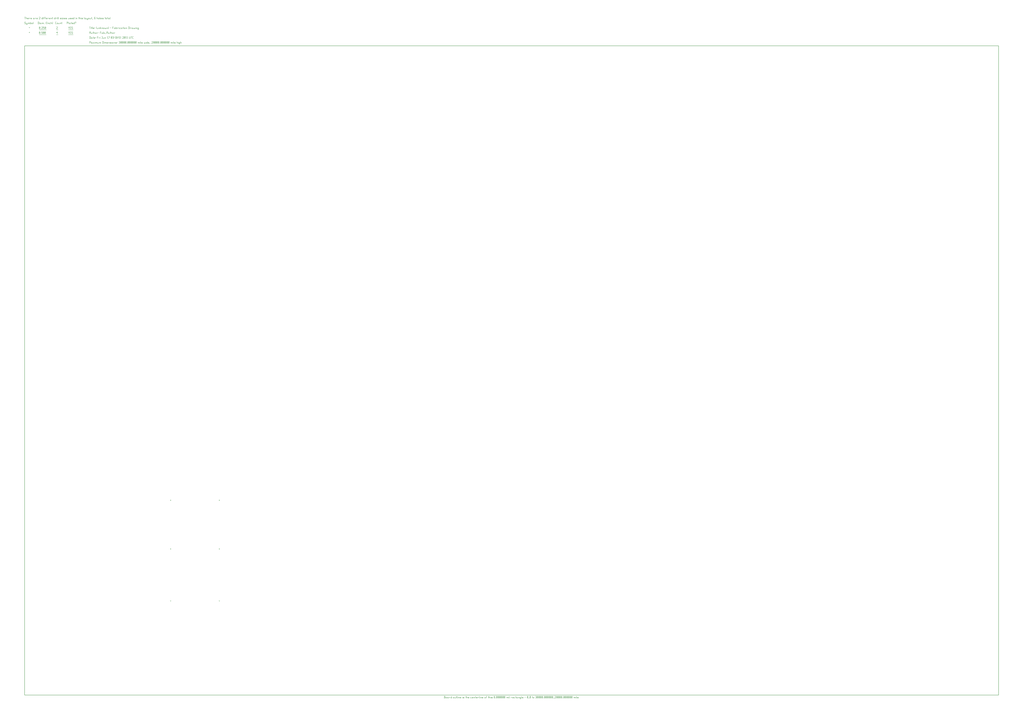
<source format=gbr>
G04 start of page 7 for group -3984 idx -3984 *
G04 Title: (unknown), fab *
G04 Creator: pcb 1.99z *
G04 CreationDate: Fri Jun 17 03:18:51 2011 UTC *
G04 For: apoelstra *
G04 Format: Gerber/RS-274X *
G04 PCB-Dimensions: 3000000 2000000 *
G04 PCB-Coordinate-Origin: lower left *
%MOIN*%
%FSLAX25Y25*%
%LNFAB*%
%ADD37C,0.0100*%
%ADD36C,0.0060*%
%ADD35C,0.0080*%
G54D35*X600000Y451600D02*Y448400D01*
X598400Y450000D02*X601600D01*
X450000Y601600D02*Y598400D01*
X448400Y600000D02*X451600D01*
X600000Y601600D02*Y598400D01*
X598400Y600000D02*X601600D01*
X450000Y451600D02*Y448400D01*
X448400Y450000D02*X451600D01*
X15000Y2042850D02*Y2039650D01*
X13400Y2041250D02*X16600D01*
G54D36*X135000Y2043500D02*Y2042750D01*
X136500Y2041250D01*
X138000Y2042750D01*
Y2043500D02*Y2042750D01*
X136500Y2041250D02*Y2037500D01*
X139801Y2040500D02*X142051D01*
X139801Y2037500D02*X142801D01*
X139801Y2043500D02*Y2037500D01*
Y2043500D02*X142801D01*
X147603D02*X148353Y2042750D01*
X145353Y2043500D02*X147603D01*
X144603Y2042750D02*X145353Y2043500D01*
X144603Y2042750D02*Y2041250D01*
X145353Y2040500D01*
X147603D01*
X148353Y2039750D01*
Y2038250D01*
X147603Y2037500D02*X148353Y2038250D01*
X145353Y2037500D02*X147603D01*
X144603Y2038250D02*X145353Y2037500D01*
X135000Y2034249D02*X150154D01*
X98000Y2040500D02*X101000Y2043500D01*
X98000Y2040500D02*X101750D01*
X101000Y2043500D02*Y2037500D01*
X98000Y2034249D02*X103551D01*
X45000Y2038250D02*X45750Y2037500D01*
X45000Y2042750D02*Y2038250D01*
Y2042750D02*X45750Y2043500D01*
X47250D01*
X48000Y2042750D01*
Y2038250D01*
X47250Y2037500D02*X48000Y2038250D01*
X45750Y2037500D02*X47250D01*
X45000Y2039000D02*X48000Y2042000D01*
X49801Y2037500D02*X50551D01*
X52353Y2043500D02*X55353D01*
X52353D02*Y2040500D01*
X53103Y2041250D01*
X54603D01*
X55353Y2040500D01*
Y2038250D01*
X54603Y2037500D02*X55353Y2038250D01*
X53103Y2037500D02*X54603D01*
X52353Y2038250D02*X53103Y2037500D01*
X57154Y2038250D02*X57904Y2037500D01*
X57154Y2042750D02*Y2038250D01*
Y2042750D02*X57904Y2043500D01*
X59404D01*
X60154Y2042750D01*
Y2038250D01*
X59404Y2037500D02*X60154Y2038250D01*
X57904Y2037500D02*X59404D01*
X57154Y2039000D02*X60154Y2042000D01*
X61956Y2038250D02*X62706Y2037500D01*
X61956Y2042750D02*Y2038250D01*
Y2042750D02*X62706Y2043500D01*
X64206D01*
X64956Y2042750D01*
Y2038250D01*
X64206Y2037500D02*X64956Y2038250D01*
X62706Y2037500D02*X64206D01*
X61956Y2039000D02*X64956Y2042000D01*
X45000Y2034249D02*X66757D01*
X600000Y290000D02*Y288400D01*
Y290000D02*X601386Y290800D01*
X600000Y290000D02*X598614Y290800D01*
X450000Y290000D02*Y288400D01*
Y290000D02*X451386Y290800D01*
X450000Y290000D02*X448614Y290800D01*
X15000Y2056250D02*Y2054650D01*
Y2056250D02*X16386Y2057050D01*
X15000Y2056250D02*X13614Y2057050D01*
X135000Y2058500D02*Y2057750D01*
X136500Y2056250D01*
X138000Y2057750D01*
Y2058500D02*Y2057750D01*
X136500Y2056250D02*Y2052500D01*
X139801Y2055500D02*X142051D01*
X139801Y2052500D02*X142801D01*
X139801Y2058500D02*Y2052500D01*
Y2058500D02*X142801D01*
X147603D02*X148353Y2057750D01*
X145353Y2058500D02*X147603D01*
X144603Y2057750D02*X145353Y2058500D01*
X144603Y2057750D02*Y2056250D01*
X145353Y2055500D01*
X147603D01*
X148353Y2054750D01*
Y2053250D01*
X147603Y2052500D02*X148353Y2053250D01*
X145353Y2052500D02*X147603D01*
X144603Y2053250D02*X145353Y2052500D01*
X135000Y2049249D02*X150154D01*
X98000Y2057750D02*X98750Y2058500D01*
X101000D01*
X101750Y2057750D01*
Y2056250D01*
X98000Y2052500D02*X101750Y2056250D01*
X98000Y2052500D02*X101750D01*
X98000Y2049249D02*X103551D01*
X45000Y2053250D02*X45750Y2052500D01*
X45000Y2057750D02*Y2053250D01*
Y2057750D02*X45750Y2058500D01*
X47250D01*
X48000Y2057750D01*
Y2053250D01*
X47250Y2052500D02*X48000Y2053250D01*
X45750Y2052500D02*X47250D01*
X45000Y2054000D02*X48000Y2057000D01*
X49801Y2052500D02*X50551D01*
X52353Y2057750D02*X53103Y2058500D01*
X55353D01*
X56103Y2057750D01*
Y2056250D01*
X52353Y2052500D02*X56103Y2056250D01*
X52353Y2052500D02*X56103D01*
X57904Y2058500D02*X60904D01*
X57904D02*Y2055500D01*
X58654Y2056250D01*
X60154D01*
X60904Y2055500D01*
Y2053250D01*
X60154Y2052500D02*X60904Y2053250D01*
X58654Y2052500D02*X60154D01*
X57904Y2053250D02*X58654Y2052500D01*
X62706Y2053250D02*X63456Y2052500D01*
X62706Y2057750D02*Y2053250D01*
Y2057750D02*X63456Y2058500D01*
X64956D01*
X65706Y2057750D01*
Y2053250D01*
X64956Y2052500D02*X65706Y2053250D01*
X63456Y2052500D02*X64956D01*
X62706Y2054000D02*X65706Y2057000D01*
X45000Y2049249D02*X67507D01*
X3000Y2073500D02*X3750Y2072750D01*
X750Y2073500D02*X3000D01*
X0Y2072750D02*X750Y2073500D01*
X0Y2072750D02*Y2071250D01*
X750Y2070500D01*
X3000D01*
X3750Y2069750D01*
Y2068250D01*
X3000Y2067500D02*X3750Y2068250D01*
X750Y2067500D02*X3000D01*
X0Y2068250D02*X750Y2067500D01*
X5551Y2070500D02*Y2068250D01*
X6301Y2067500D01*
X8551Y2070500D02*Y2066000D01*
X7801Y2065250D02*X8551Y2066000D01*
X6301Y2065250D02*X7801D01*
X5551Y2066000D02*X6301Y2065250D01*
Y2067500D02*X7801D01*
X8551Y2068250D01*
X11103Y2069750D02*Y2067500D01*
Y2069750D02*X11853Y2070500D01*
X12603D01*
X13353Y2069750D01*
Y2067500D01*
Y2069750D02*X14103Y2070500D01*
X14853D01*
X15603Y2069750D01*
Y2067500D01*
X10353Y2070500D02*X11103Y2069750D01*
X17404Y2073500D02*Y2067500D01*
Y2068250D02*X18154Y2067500D01*
X19654D01*
X20404Y2068250D01*
Y2069750D02*Y2068250D01*
X19654Y2070500D02*X20404Y2069750D01*
X18154Y2070500D02*X19654D01*
X17404Y2069750D02*X18154Y2070500D01*
X22206Y2069750D02*Y2068250D01*
Y2069750D02*X22956Y2070500D01*
X24456D01*
X25206Y2069750D01*
Y2068250D01*
X24456Y2067500D02*X25206Y2068250D01*
X22956Y2067500D02*X24456D01*
X22206Y2068250D02*X22956Y2067500D01*
X27007Y2073500D02*Y2068250D01*
X27757Y2067500D01*
X41750Y2073500D02*Y2067500D01*
X44000Y2073500D02*X44750Y2072750D01*
Y2068250D01*
X44000Y2067500D02*X44750Y2068250D01*
X41000Y2067500D02*X44000D01*
X41000Y2073500D02*X44000D01*
X46551Y2072000D02*Y2071250D01*
Y2069750D02*Y2067500D01*
X50303Y2070500D02*X51053Y2069750D01*
X48803Y2070500D02*X50303D01*
X48053Y2069750D02*X48803Y2070500D01*
X48053Y2069750D02*Y2068250D01*
X48803Y2067500D01*
X51053Y2070500D02*Y2068250D01*
X51803Y2067500D01*
X48803D02*X50303D01*
X51053Y2068250D01*
X54354Y2069750D02*Y2067500D01*
Y2069750D02*X55104Y2070500D01*
X55854D01*
X56604Y2069750D01*
Y2067500D01*
Y2069750D02*X57354Y2070500D01*
X58104D01*
X58854Y2069750D01*
Y2067500D01*
X53604Y2070500D02*X54354Y2069750D01*
X60656Y2067500D02*X61406D01*
X65907Y2068250D02*X66657Y2067500D01*
X65907Y2072750D02*X66657Y2073500D01*
X65907Y2072750D02*Y2068250D01*
X68459Y2073500D02*X69959D01*
X69209D02*Y2067500D01*
X68459D02*X69959D01*
X72510Y2069750D02*Y2067500D01*
Y2069750D02*X73260Y2070500D01*
X74010D01*
X74760Y2069750D01*
Y2067500D01*
X71760Y2070500D02*X72510Y2069750D01*
X77312Y2070500D02*X79562D01*
X76562Y2069750D02*X77312Y2070500D01*
X76562Y2069750D02*Y2068250D01*
X77312Y2067500D01*
X79562D01*
X81363Y2073500D02*Y2067500D01*
Y2069750D02*X82113Y2070500D01*
X83613D01*
X84363Y2069750D01*
Y2067500D01*
X86165Y2073500D02*X86915Y2072750D01*
Y2068250D01*
X86165Y2067500D02*X86915Y2068250D01*
X95750Y2067500D02*X98000D01*
X95000Y2068250D02*X95750Y2067500D01*
X95000Y2072750D02*Y2068250D01*
Y2072750D02*X95750Y2073500D01*
X98000D01*
X99801Y2069750D02*Y2068250D01*
Y2069750D02*X100551Y2070500D01*
X102051D01*
X102801Y2069750D01*
Y2068250D01*
X102051Y2067500D02*X102801Y2068250D01*
X100551Y2067500D02*X102051D01*
X99801Y2068250D02*X100551Y2067500D01*
X104603Y2070500D02*Y2068250D01*
X105353Y2067500D01*
X106853D01*
X107603Y2068250D01*
Y2070500D02*Y2068250D01*
X110154Y2069750D02*Y2067500D01*
Y2069750D02*X110904Y2070500D01*
X111654D01*
X112404Y2069750D01*
Y2067500D01*
X109404Y2070500D02*X110154Y2069750D01*
X114956Y2073500D02*Y2068250D01*
X115706Y2067500D01*
X114206Y2071250D02*X115706D01*
X130750Y2073500D02*Y2067500D01*
X130000Y2073500D02*X133000D01*
X133750Y2072750D01*
Y2071250D01*
X133000Y2070500D02*X133750Y2071250D01*
X130750Y2070500D02*X133000D01*
X135551Y2073500D02*Y2068250D01*
X136301Y2067500D01*
X140053Y2070500D02*X140803Y2069750D01*
X138553Y2070500D02*X140053D01*
X137803Y2069750D02*X138553Y2070500D01*
X137803Y2069750D02*Y2068250D01*
X138553Y2067500D01*
X140803Y2070500D02*Y2068250D01*
X141553Y2067500D01*
X138553D02*X140053D01*
X140803Y2068250D01*
X144104Y2073500D02*Y2068250D01*
X144854Y2067500D01*
X143354Y2071250D02*X144854D01*
X147106Y2067500D02*X149356D01*
X146356Y2068250D02*X147106Y2067500D01*
X146356Y2069750D02*Y2068250D01*
Y2069750D02*X147106Y2070500D01*
X148606D01*
X149356Y2069750D01*
X146356Y2069000D02*X149356D01*
Y2069750D02*Y2069000D01*
X154157Y2073500D02*Y2067500D01*
X153407D02*X154157Y2068250D01*
X151907Y2067500D02*X153407D01*
X151157Y2068250D02*X151907Y2067500D01*
X151157Y2069750D02*Y2068250D01*
Y2069750D02*X151907Y2070500D01*
X153407D01*
X154157Y2069750D01*
X157459Y2070500D02*Y2069750D01*
Y2068250D02*Y2067500D01*
X155959Y2072750D02*Y2072000D01*
Y2072750D02*X156709Y2073500D01*
X158209D01*
X158959Y2072750D01*
Y2072000D01*
X157459Y2070500D02*X158959Y2072000D01*
X0Y2088500D02*X3000D01*
X1500D02*Y2082500D01*
X4801Y2088500D02*Y2082500D01*
Y2084750D02*X5551Y2085500D01*
X7051D01*
X7801Y2084750D01*
Y2082500D01*
X10353D02*X12603D01*
X9603Y2083250D02*X10353Y2082500D01*
X9603Y2084750D02*Y2083250D01*
Y2084750D02*X10353Y2085500D01*
X11853D01*
X12603Y2084750D01*
X9603Y2084000D02*X12603D01*
Y2084750D02*Y2084000D01*
X15154Y2084750D02*Y2082500D01*
Y2084750D02*X15904Y2085500D01*
X17404D01*
X14404D02*X15154Y2084750D01*
X19956Y2082500D02*X22206D01*
X19206Y2083250D02*X19956Y2082500D01*
X19206Y2084750D02*Y2083250D01*
Y2084750D02*X19956Y2085500D01*
X21456D01*
X22206Y2084750D01*
X19206Y2084000D02*X22206D01*
Y2084750D02*Y2084000D01*
X28957Y2085500D02*X29707Y2084750D01*
X27457Y2085500D02*X28957D01*
X26707Y2084750D02*X27457Y2085500D01*
X26707Y2084750D02*Y2083250D01*
X27457Y2082500D01*
X29707Y2085500D02*Y2083250D01*
X30457Y2082500D01*
X27457D02*X28957D01*
X29707Y2083250D01*
X33009Y2084750D02*Y2082500D01*
Y2084750D02*X33759Y2085500D01*
X35259D01*
X32259D02*X33009Y2084750D01*
X37810Y2082500D02*X40060D01*
X37060Y2083250D02*X37810Y2082500D01*
X37060Y2084750D02*Y2083250D01*
Y2084750D02*X37810Y2085500D01*
X39310D01*
X40060Y2084750D01*
X37060Y2084000D02*X40060D01*
Y2084750D02*Y2084000D01*
X44562Y2087750D02*X45312Y2088500D01*
X47562D01*
X48312Y2087750D01*
Y2086250D01*
X44562Y2082500D02*X48312Y2086250D01*
X44562Y2082500D02*X48312D01*
X55813Y2088500D02*Y2082500D01*
X55063D02*X55813Y2083250D01*
X53563Y2082500D02*X55063D01*
X52813Y2083250D02*X53563Y2082500D01*
X52813Y2084750D02*Y2083250D01*
Y2084750D02*X53563Y2085500D01*
X55063D01*
X55813Y2084750D01*
X57615Y2087000D02*Y2086250D01*
Y2084750D02*Y2082500D01*
X59866Y2087750D02*Y2082500D01*
Y2087750D02*X60616Y2088500D01*
X61366D01*
X59116Y2085500D02*X60616D01*
X63618Y2087750D02*Y2082500D01*
Y2087750D02*X64368Y2088500D01*
X65118D01*
X62868Y2085500D02*X64368D01*
X67369Y2082500D02*X69619D01*
X66619Y2083250D02*X67369Y2082500D01*
X66619Y2084750D02*Y2083250D01*
Y2084750D02*X67369Y2085500D01*
X68869D01*
X69619Y2084750D01*
X66619Y2084000D02*X69619D01*
Y2084750D02*Y2084000D01*
X72171Y2084750D02*Y2082500D01*
Y2084750D02*X72921Y2085500D01*
X74421D01*
X71421D02*X72171Y2084750D01*
X76972Y2082500D02*X79222D01*
X76222Y2083250D02*X76972Y2082500D01*
X76222Y2084750D02*Y2083250D01*
Y2084750D02*X76972Y2085500D01*
X78472D01*
X79222Y2084750D01*
X76222Y2084000D02*X79222D01*
Y2084750D02*Y2084000D01*
X81774Y2084750D02*Y2082500D01*
Y2084750D02*X82524Y2085500D01*
X83274D01*
X84024Y2084750D01*
Y2082500D01*
X81024Y2085500D02*X81774Y2084750D01*
X86575Y2088500D02*Y2083250D01*
X87325Y2082500D01*
X85825Y2086250D02*X87325D01*
X94527Y2088500D02*Y2082500D01*
X93777D02*X94527Y2083250D01*
X92277Y2082500D02*X93777D01*
X91527Y2083250D02*X92277Y2082500D01*
X91527Y2084750D02*Y2083250D01*
Y2084750D02*X92277Y2085500D01*
X93777D01*
X94527Y2084750D01*
X97078D02*Y2082500D01*
Y2084750D02*X97828Y2085500D01*
X99328D01*
X96328D02*X97078Y2084750D01*
X101130Y2087000D02*Y2086250D01*
Y2084750D02*Y2082500D01*
X102631Y2088500D02*Y2083250D01*
X103381Y2082500D01*
X104883Y2088500D02*Y2083250D01*
X105633Y2082500D01*
X110584D02*X112834D01*
X113584Y2083250D01*
X112834Y2084000D02*X113584Y2083250D01*
X110584Y2084000D02*X112834D01*
X109834Y2084750D02*X110584Y2084000D01*
X109834Y2084750D02*X110584Y2085500D01*
X112834D01*
X113584Y2084750D01*
X109834Y2083250D02*X110584Y2082500D01*
X115386Y2087000D02*Y2086250D01*
Y2084750D02*Y2082500D01*
X116887Y2085500D02*X119887D01*
X116887Y2082500D02*X119887Y2085500D01*
X116887Y2082500D02*X119887D01*
X122439D02*X124689D01*
X121689Y2083250D02*X122439Y2082500D01*
X121689Y2084750D02*Y2083250D01*
Y2084750D02*X122439Y2085500D01*
X123939D01*
X124689Y2084750D01*
X121689Y2084000D02*X124689D01*
Y2084750D02*Y2084000D01*
X127240Y2082500D02*X129490D01*
X130240Y2083250D01*
X129490Y2084000D02*X130240Y2083250D01*
X127240Y2084000D02*X129490D01*
X126490Y2084750D02*X127240Y2084000D01*
X126490Y2084750D02*X127240Y2085500D01*
X129490D01*
X130240Y2084750D01*
X126490Y2083250D02*X127240Y2082500D01*
X134742Y2085500D02*Y2083250D01*
X135492Y2082500D01*
X136992D01*
X137742Y2083250D01*
Y2085500D02*Y2083250D01*
X140293Y2082500D02*X142543D01*
X143293Y2083250D01*
X142543Y2084000D02*X143293Y2083250D01*
X140293Y2084000D02*X142543D01*
X139543Y2084750D02*X140293Y2084000D01*
X139543Y2084750D02*X140293Y2085500D01*
X142543D01*
X143293Y2084750D01*
X139543Y2083250D02*X140293Y2082500D01*
X145845D02*X148095D01*
X145095Y2083250D02*X145845Y2082500D01*
X145095Y2084750D02*Y2083250D01*
Y2084750D02*X145845Y2085500D01*
X147345D01*
X148095Y2084750D01*
X145095Y2084000D02*X148095D01*
Y2084750D02*Y2084000D01*
X152896Y2088500D02*Y2082500D01*
X152146D02*X152896Y2083250D01*
X150646Y2082500D02*X152146D01*
X149896Y2083250D02*X150646Y2082500D01*
X149896Y2084750D02*Y2083250D01*
Y2084750D02*X150646Y2085500D01*
X152146D01*
X152896Y2084750D01*
X157398Y2087000D02*Y2086250D01*
Y2084750D02*Y2082500D01*
X159649Y2084750D02*Y2082500D01*
Y2084750D02*X160399Y2085500D01*
X161149D01*
X161899Y2084750D01*
Y2082500D01*
X158899Y2085500D02*X159649Y2084750D01*
X167151Y2088500D02*Y2083250D01*
X167901Y2082500D01*
X166401Y2086250D02*X167901D01*
X169402Y2088500D02*Y2082500D01*
Y2084750D02*X170152Y2085500D01*
X171652D01*
X172402Y2084750D01*
Y2082500D01*
X174204Y2087000D02*Y2086250D01*
Y2084750D02*Y2082500D01*
X176455D02*X178705D01*
X179455Y2083250D01*
X178705Y2084000D02*X179455Y2083250D01*
X176455Y2084000D02*X178705D01*
X175705Y2084750D02*X176455Y2084000D01*
X175705Y2084750D02*X176455Y2085500D01*
X178705D01*
X179455Y2084750D01*
X175705Y2083250D02*X176455Y2082500D01*
X183957Y2088500D02*Y2083250D01*
X184707Y2082500D01*
X188458Y2085500D02*X189208Y2084750D01*
X186958Y2085500D02*X188458D01*
X186208Y2084750D02*X186958Y2085500D01*
X186208Y2084750D02*Y2083250D01*
X186958Y2082500D01*
X189208Y2085500D02*Y2083250D01*
X189958Y2082500D01*
X186958D02*X188458D01*
X189208Y2083250D01*
X191760Y2085500D02*Y2083250D01*
X192510Y2082500D01*
X194760Y2085500D02*Y2081000D01*
X194010Y2080250D02*X194760Y2081000D01*
X192510Y2080250D02*X194010D01*
X191760Y2081000D02*X192510Y2080250D01*
Y2082500D02*X194010D01*
X194760Y2083250D01*
X196561Y2084750D02*Y2083250D01*
Y2084750D02*X197311Y2085500D01*
X198811D01*
X199561Y2084750D01*
Y2083250D01*
X198811Y2082500D02*X199561Y2083250D01*
X197311Y2082500D02*X198811D01*
X196561Y2083250D02*X197311Y2082500D01*
X201363Y2085500D02*Y2083250D01*
X202113Y2082500D01*
X203613D01*
X204363Y2083250D01*
Y2085500D02*Y2083250D01*
X206914Y2088500D02*Y2083250D01*
X207664Y2082500D01*
X206164Y2086250D02*X207664D01*
X209166Y2081000D02*X210666Y2082500D01*
X217417Y2088500D02*X218167Y2087750D01*
X215917Y2088500D02*X217417D01*
X215167Y2087750D02*X215917Y2088500D01*
X215167Y2087750D02*Y2083250D01*
X215917Y2082500D01*
X217417Y2085500D02*X218167Y2084750D01*
X215167Y2085500D02*X217417D01*
X215917Y2082500D02*X217417D01*
X218167Y2083250D01*
Y2084750D02*Y2083250D01*
X222669Y2088500D02*Y2082500D01*
Y2084750D02*X223419Y2085500D01*
X224919D01*
X225669Y2084750D01*
Y2082500D01*
X227470Y2084750D02*Y2083250D01*
Y2084750D02*X228220Y2085500D01*
X229720D01*
X230470Y2084750D01*
Y2083250D01*
X229720Y2082500D02*X230470Y2083250D01*
X228220Y2082500D02*X229720D01*
X227470Y2083250D02*X228220Y2082500D01*
X232272Y2088500D02*Y2083250D01*
X233022Y2082500D01*
X235273D02*X237523D01*
X234523Y2083250D02*X235273Y2082500D01*
X234523Y2084750D02*Y2083250D01*
Y2084750D02*X235273Y2085500D01*
X236773D01*
X237523Y2084750D01*
X234523Y2084000D02*X237523D01*
Y2084750D02*Y2084000D01*
X240075Y2082500D02*X242325D01*
X243075Y2083250D01*
X242325Y2084000D02*X243075Y2083250D01*
X240075Y2084000D02*X242325D01*
X239325Y2084750D02*X240075Y2084000D01*
X239325Y2084750D02*X240075Y2085500D01*
X242325D01*
X243075Y2084750D01*
X239325Y2083250D02*X240075Y2082500D01*
X248326Y2088500D02*Y2083250D01*
X249076Y2082500D01*
X247576Y2086250D02*X249076D01*
X250578Y2084750D02*Y2083250D01*
Y2084750D02*X251328Y2085500D01*
X252828D01*
X253578Y2084750D01*
Y2083250D01*
X252828Y2082500D02*X253578Y2083250D01*
X251328Y2082500D02*X252828D01*
X250578Y2083250D02*X251328Y2082500D01*
X256129Y2088500D02*Y2083250D01*
X256879Y2082500D01*
X255379Y2086250D02*X256879D01*
X260631Y2085500D02*X261381Y2084750D01*
X259131Y2085500D02*X260631D01*
X258381Y2084750D02*X259131Y2085500D01*
X258381Y2084750D02*Y2083250D01*
X259131Y2082500D01*
X261381Y2085500D02*Y2083250D01*
X262131Y2082500D01*
X259131D02*X260631D01*
X261381Y2083250D01*
X263932Y2088500D02*Y2083250D01*
X264682Y2082500D01*
G54D37*X0Y2000000D02*X3000000D01*
X0D02*Y0D01*
X3000000Y2000000D02*Y0D01*
X0D02*X3000000D01*
G54D36*X200000Y2013500D02*Y2007500D01*
Y2013500D02*X202250Y2011250D01*
X204500Y2013500D01*
Y2007500D01*
X208551Y2010500D02*X209301Y2009750D01*
X207051Y2010500D02*X208551D01*
X206301Y2009750D02*X207051Y2010500D01*
X206301Y2009750D02*Y2008250D01*
X207051Y2007500D01*
X209301Y2010500D02*Y2008250D01*
X210051Y2007500D01*
X207051D02*X208551D01*
X209301Y2008250D01*
X211853Y2010500D02*X214853Y2007500D01*
X211853D02*X214853Y2010500D01*
X216654Y2012000D02*Y2011250D01*
Y2009750D02*Y2007500D01*
X218906Y2009750D02*Y2007500D01*
Y2009750D02*X219656Y2010500D01*
X220406D01*
X221156Y2009750D01*
Y2007500D01*
Y2009750D02*X221906Y2010500D01*
X222656D01*
X223406Y2009750D01*
Y2007500D01*
X218156Y2010500D02*X218906Y2009750D01*
X225207Y2010500D02*Y2008250D01*
X225957Y2007500D01*
X227457D01*
X228207Y2008250D01*
Y2010500D02*Y2008250D01*
X230759Y2009750D02*Y2007500D01*
Y2009750D02*X231509Y2010500D01*
X232259D01*
X233009Y2009750D01*
Y2007500D01*
Y2009750D02*X233759Y2010500D01*
X234509D01*
X235259Y2009750D01*
Y2007500D01*
X230009Y2010500D02*X230759Y2009750D01*
X240510Y2013500D02*Y2007500D01*
X242760Y2013500D02*X243510Y2012750D01*
Y2008250D01*
X242760Y2007500D02*X243510Y2008250D01*
X239760Y2007500D02*X242760D01*
X239760Y2013500D02*X242760D01*
X245312Y2012000D02*Y2011250D01*
Y2009750D02*Y2007500D01*
X247563Y2009750D02*Y2007500D01*
Y2009750D02*X248313Y2010500D01*
X249063D01*
X249813Y2009750D01*
Y2007500D01*
Y2009750D02*X250563Y2010500D01*
X251313D01*
X252063Y2009750D01*
Y2007500D01*
X246813Y2010500D02*X247563Y2009750D01*
X254615Y2007500D02*X256865D01*
X253865Y2008250D02*X254615Y2007500D01*
X253865Y2009750D02*Y2008250D01*
Y2009750D02*X254615Y2010500D01*
X256115D01*
X256865Y2009750D01*
X253865Y2009000D02*X256865D01*
Y2009750D02*Y2009000D01*
X259416Y2009750D02*Y2007500D01*
Y2009750D02*X260166Y2010500D01*
X260916D01*
X261666Y2009750D01*
Y2007500D01*
X258666Y2010500D02*X259416Y2009750D01*
X264218Y2007500D02*X266468D01*
X267218Y2008250D01*
X266468Y2009000D02*X267218Y2008250D01*
X264218Y2009000D02*X266468D01*
X263468Y2009750D02*X264218Y2009000D01*
X263468Y2009750D02*X264218Y2010500D01*
X266468D01*
X267218Y2009750D01*
X263468Y2008250D02*X264218Y2007500D01*
X269019Y2012000D02*Y2011250D01*
Y2009750D02*Y2007500D01*
X270521Y2009750D02*Y2008250D01*
Y2009750D02*X271271Y2010500D01*
X272771D01*
X273521Y2009750D01*
Y2008250D01*
X272771Y2007500D02*X273521Y2008250D01*
X271271Y2007500D02*X272771D01*
X270521Y2008250D02*X271271Y2007500D01*
X276072Y2009750D02*Y2007500D01*
Y2009750D02*X276822Y2010500D01*
X277572D01*
X278322Y2009750D01*
Y2007500D01*
X275322Y2010500D02*X276072Y2009750D01*
X280874Y2007500D02*X283124D01*
X283874Y2008250D01*
X283124Y2009000D02*X283874Y2008250D01*
X280874Y2009000D02*X283124D01*
X280124Y2009750D02*X280874Y2009000D01*
X280124Y2009750D02*X280874Y2010500D01*
X283124D01*
X283874Y2009750D01*
X280124Y2008250D02*X280874Y2007500D01*
X285675Y2011250D02*X286425D01*
X285675Y2009750D02*X286425D01*
X290927Y2012750D02*X291677Y2013500D01*
X293177D01*
X293927Y2012750D01*
Y2008250D01*
X293177Y2007500D02*X293927Y2008250D01*
X291677Y2007500D02*X293177D01*
X290927Y2008250D02*X291677Y2007500D01*
Y2010500D02*X293927D01*
X295728Y2008250D02*X296478Y2007500D01*
X295728Y2012750D02*Y2008250D01*
Y2012750D02*X296478Y2013500D01*
X297978D01*
X298728Y2012750D01*
Y2008250D01*
X297978Y2007500D02*X298728Y2008250D01*
X296478Y2007500D02*X297978D01*
X295728Y2009000D02*X298728Y2012000D01*
X300530Y2008250D02*X301280Y2007500D01*
X300530Y2012750D02*Y2008250D01*
Y2012750D02*X301280Y2013500D01*
X302780D01*
X303530Y2012750D01*
Y2008250D01*
X302780Y2007500D02*X303530Y2008250D01*
X301280Y2007500D02*X302780D01*
X300530Y2009000D02*X303530Y2012000D01*
X305331Y2008250D02*X306081Y2007500D01*
X305331Y2012750D02*Y2008250D01*
Y2012750D02*X306081Y2013500D01*
X307581D01*
X308331Y2012750D01*
Y2008250D01*
X307581Y2007500D02*X308331Y2008250D01*
X306081Y2007500D02*X307581D01*
X305331Y2009000D02*X308331Y2012000D01*
X310133Y2008250D02*X310883Y2007500D01*
X310133Y2012750D02*Y2008250D01*
Y2012750D02*X310883Y2013500D01*
X312383D01*
X313133Y2012750D01*
Y2008250D01*
X312383Y2007500D02*X313133Y2008250D01*
X310883Y2007500D02*X312383D01*
X310133Y2009000D02*X313133Y2012000D01*
X314934Y2007500D02*X315684D01*
X317486Y2008250D02*X318236Y2007500D01*
X317486Y2012750D02*Y2008250D01*
Y2012750D02*X318236Y2013500D01*
X319736D01*
X320486Y2012750D01*
Y2008250D01*
X319736Y2007500D02*X320486Y2008250D01*
X318236Y2007500D02*X319736D01*
X317486Y2009000D02*X320486Y2012000D01*
X322287Y2008250D02*X323037Y2007500D01*
X322287Y2012750D02*Y2008250D01*
Y2012750D02*X323037Y2013500D01*
X324537D01*
X325287Y2012750D01*
Y2008250D01*
X324537Y2007500D02*X325287Y2008250D01*
X323037Y2007500D02*X324537D01*
X322287Y2009000D02*X325287Y2012000D01*
X327089Y2008250D02*X327839Y2007500D01*
X327089Y2012750D02*Y2008250D01*
Y2012750D02*X327839Y2013500D01*
X329339D01*
X330089Y2012750D01*
Y2008250D01*
X329339Y2007500D02*X330089Y2008250D01*
X327839Y2007500D02*X329339D01*
X327089Y2009000D02*X330089Y2012000D01*
X331890Y2008250D02*X332640Y2007500D01*
X331890Y2012750D02*Y2008250D01*
Y2012750D02*X332640Y2013500D01*
X334140D01*
X334890Y2012750D01*
Y2008250D01*
X334140Y2007500D02*X334890Y2008250D01*
X332640Y2007500D02*X334140D01*
X331890Y2009000D02*X334890Y2012000D01*
X336692Y2008250D02*X337442Y2007500D01*
X336692Y2012750D02*Y2008250D01*
Y2012750D02*X337442Y2013500D01*
X338942D01*
X339692Y2012750D01*
Y2008250D01*
X338942Y2007500D02*X339692Y2008250D01*
X337442Y2007500D02*X338942D01*
X336692Y2009000D02*X339692Y2012000D01*
X341493Y2008250D02*X342243Y2007500D01*
X341493Y2012750D02*Y2008250D01*
Y2012750D02*X342243Y2013500D01*
X343743D01*
X344493Y2012750D01*
Y2008250D01*
X343743Y2007500D02*X344493Y2008250D01*
X342243Y2007500D02*X343743D01*
X341493Y2009000D02*X344493Y2012000D01*
X349745Y2009750D02*Y2007500D01*
Y2009750D02*X350495Y2010500D01*
X351245D01*
X351995Y2009750D01*
Y2007500D01*
Y2009750D02*X352745Y2010500D01*
X353495D01*
X354245Y2009750D01*
Y2007500D01*
X348995Y2010500D02*X349745Y2009750D01*
X356046Y2012000D02*Y2011250D01*
Y2009750D02*Y2007500D01*
X357548Y2013500D02*Y2008250D01*
X358298Y2007500D01*
X360549D02*X362799D01*
X363549Y2008250D01*
X362799Y2009000D02*X363549Y2008250D01*
X360549Y2009000D02*X362799D01*
X359799Y2009750D02*X360549Y2009000D01*
X359799Y2009750D02*X360549Y2010500D01*
X362799D01*
X363549Y2009750D01*
X359799Y2008250D02*X360549Y2007500D01*
X368051Y2010500D02*Y2008250D01*
X368801Y2007500D01*
X369551D01*
X370301Y2008250D01*
Y2010500D02*Y2008250D01*
X371051Y2007500D01*
X371801D01*
X372551Y2008250D01*
Y2010500D02*Y2008250D01*
X374352Y2012000D02*Y2011250D01*
Y2009750D02*Y2007500D01*
X378854Y2013500D02*Y2007500D01*
X378104D02*X378854Y2008250D01*
X376604Y2007500D02*X378104D01*
X375854Y2008250D02*X376604Y2007500D01*
X375854Y2009750D02*Y2008250D01*
Y2009750D02*X376604Y2010500D01*
X378104D01*
X378854Y2009750D01*
X381405Y2007500D02*X383655D01*
X380655Y2008250D02*X381405Y2007500D01*
X380655Y2009750D02*Y2008250D01*
Y2009750D02*X381405Y2010500D01*
X382905D01*
X383655Y2009750D01*
X380655Y2009000D02*X383655D01*
Y2009750D02*Y2009000D01*
X385457Y2006000D02*X386957Y2007500D01*
X391458Y2012750D02*X392208Y2013500D01*
X394458D01*
X395208Y2012750D01*
Y2011250D01*
X391458Y2007500D02*X395208Y2011250D01*
X391458Y2007500D02*X395208D01*
X397010Y2008250D02*X397760Y2007500D01*
X397010Y2012750D02*Y2008250D01*
Y2012750D02*X397760Y2013500D01*
X399260D01*
X400010Y2012750D01*
Y2008250D01*
X399260Y2007500D02*X400010Y2008250D01*
X397760Y2007500D02*X399260D01*
X397010Y2009000D02*X400010Y2012000D01*
X401811Y2008250D02*X402561Y2007500D01*
X401811Y2012750D02*Y2008250D01*
Y2012750D02*X402561Y2013500D01*
X404061D01*
X404811Y2012750D01*
Y2008250D01*
X404061Y2007500D02*X404811Y2008250D01*
X402561Y2007500D02*X404061D01*
X401811Y2009000D02*X404811Y2012000D01*
X406613Y2008250D02*X407363Y2007500D01*
X406613Y2012750D02*Y2008250D01*
Y2012750D02*X407363Y2013500D01*
X408863D01*
X409613Y2012750D01*
Y2008250D01*
X408863Y2007500D02*X409613Y2008250D01*
X407363Y2007500D02*X408863D01*
X406613Y2009000D02*X409613Y2012000D01*
X411414Y2008250D02*X412164Y2007500D01*
X411414Y2012750D02*Y2008250D01*
Y2012750D02*X412164Y2013500D01*
X413664D01*
X414414Y2012750D01*
Y2008250D01*
X413664Y2007500D02*X414414Y2008250D01*
X412164Y2007500D02*X413664D01*
X411414Y2009000D02*X414414Y2012000D01*
X416216Y2007500D02*X416966D01*
X418767Y2008250D02*X419517Y2007500D01*
X418767Y2012750D02*Y2008250D01*
Y2012750D02*X419517Y2013500D01*
X421017D01*
X421767Y2012750D01*
Y2008250D01*
X421017Y2007500D02*X421767Y2008250D01*
X419517Y2007500D02*X421017D01*
X418767Y2009000D02*X421767Y2012000D01*
X423569Y2008250D02*X424319Y2007500D01*
X423569Y2012750D02*Y2008250D01*
Y2012750D02*X424319Y2013500D01*
X425819D01*
X426569Y2012750D01*
Y2008250D01*
X425819Y2007500D02*X426569Y2008250D01*
X424319Y2007500D02*X425819D01*
X423569Y2009000D02*X426569Y2012000D01*
X428370Y2008250D02*X429120Y2007500D01*
X428370Y2012750D02*Y2008250D01*
Y2012750D02*X429120Y2013500D01*
X430620D01*
X431370Y2012750D01*
Y2008250D01*
X430620Y2007500D02*X431370Y2008250D01*
X429120Y2007500D02*X430620D01*
X428370Y2009000D02*X431370Y2012000D01*
X433172Y2008250D02*X433922Y2007500D01*
X433172Y2012750D02*Y2008250D01*
Y2012750D02*X433922Y2013500D01*
X435422D01*
X436172Y2012750D01*
Y2008250D01*
X435422Y2007500D02*X436172Y2008250D01*
X433922Y2007500D02*X435422D01*
X433172Y2009000D02*X436172Y2012000D01*
X437973Y2008250D02*X438723Y2007500D01*
X437973Y2012750D02*Y2008250D01*
Y2012750D02*X438723Y2013500D01*
X440223D01*
X440973Y2012750D01*
Y2008250D01*
X440223Y2007500D02*X440973Y2008250D01*
X438723Y2007500D02*X440223D01*
X437973Y2009000D02*X440973Y2012000D01*
X442775Y2008250D02*X443525Y2007500D01*
X442775Y2012750D02*Y2008250D01*
Y2012750D02*X443525Y2013500D01*
X445025D01*
X445775Y2012750D01*
Y2008250D01*
X445025Y2007500D02*X445775Y2008250D01*
X443525Y2007500D02*X445025D01*
X442775Y2009000D02*X445775Y2012000D01*
X451026Y2009750D02*Y2007500D01*
Y2009750D02*X451776Y2010500D01*
X452526D01*
X453276Y2009750D01*
Y2007500D01*
Y2009750D02*X454026Y2010500D01*
X454776D01*
X455526Y2009750D01*
Y2007500D01*
X450276Y2010500D02*X451026Y2009750D01*
X457328Y2012000D02*Y2011250D01*
Y2009750D02*Y2007500D01*
X458829Y2013500D02*Y2008250D01*
X459579Y2007500D01*
X461831D02*X464081D01*
X464831Y2008250D01*
X464081Y2009000D02*X464831Y2008250D01*
X461831Y2009000D02*X464081D01*
X461081Y2009750D02*X461831Y2009000D01*
X461081Y2009750D02*X461831Y2010500D01*
X464081D01*
X464831Y2009750D01*
X461081Y2008250D02*X461831Y2007500D01*
X469332Y2013500D02*Y2007500D01*
Y2009750D02*X470082Y2010500D01*
X471582D01*
X472332Y2009750D01*
Y2007500D01*
X474134Y2012000D02*Y2011250D01*
Y2009750D02*Y2007500D01*
X477885Y2010500D02*X478635Y2009750D01*
X476385Y2010500D02*X477885D01*
X475635Y2009750D02*X476385Y2010500D01*
X475635Y2009750D02*Y2008250D01*
X476385Y2007500D01*
X477885D01*
X478635Y2008250D01*
X475635Y2006000D02*X476385Y2005250D01*
X477885D01*
X478635Y2006000D01*
Y2010500D02*Y2006000D01*
X480437Y2013500D02*Y2007500D01*
Y2009750D02*X481187Y2010500D01*
X482687D01*
X483437Y2009750D01*
Y2007500D01*
X1292034Y-9500D02*X1295034D01*
X1295784Y-8750D01*
Y-7250D02*Y-8750D01*
X1295034Y-6500D02*X1295784Y-7250D01*
X1292784Y-6500D02*X1295034D01*
X1292784Y-3500D02*Y-9500D01*
X1292034Y-3500D02*X1295034D01*
X1295784Y-4250D01*
Y-5750D01*
X1295034Y-6500D02*X1295784Y-5750D01*
X1297585Y-7250D02*Y-8750D01*
Y-7250D02*X1298335Y-6500D01*
X1299835D01*
X1300585Y-7250D01*
Y-8750D01*
X1299835Y-9500D02*X1300585Y-8750D01*
X1298335Y-9500D02*X1299835D01*
X1297585Y-8750D02*X1298335Y-9500D01*
X1304637Y-6500D02*X1305387Y-7250D01*
X1303137Y-6500D02*X1304637D01*
X1302387Y-7250D02*X1303137Y-6500D01*
X1302387Y-7250D02*Y-8750D01*
X1303137Y-9500D01*
X1305387Y-6500D02*Y-8750D01*
X1306137Y-9500D01*
X1303137D02*X1304637D01*
X1305387Y-8750D01*
X1308688Y-7250D02*Y-9500D01*
Y-7250D02*X1309438Y-6500D01*
X1310938D01*
X1307938D02*X1308688Y-7250D01*
X1315740Y-3500D02*Y-9500D01*
X1314990D02*X1315740Y-8750D01*
X1313490Y-9500D02*X1314990D01*
X1312740Y-8750D02*X1313490Y-9500D01*
X1312740Y-7250D02*Y-8750D01*
Y-7250D02*X1313490Y-6500D01*
X1314990D01*
X1315740Y-7250D01*
X1320241D02*Y-8750D01*
Y-7250D02*X1320991Y-6500D01*
X1322491D01*
X1323241Y-7250D01*
Y-8750D01*
X1322491Y-9500D02*X1323241Y-8750D01*
X1320991Y-9500D02*X1322491D01*
X1320241Y-8750D02*X1320991Y-9500D01*
X1325043Y-6500D02*Y-8750D01*
X1325793Y-9500D01*
X1327293D01*
X1328043Y-8750D01*
Y-6500D02*Y-8750D01*
X1330594Y-3500D02*Y-8750D01*
X1331344Y-9500D01*
X1329844Y-5750D02*X1331344D01*
X1332846Y-3500D02*Y-8750D01*
X1333596Y-9500D01*
X1335097Y-5000D02*Y-5750D01*
Y-7250D02*Y-9500D01*
X1337349Y-7250D02*Y-9500D01*
Y-7250D02*X1338099Y-6500D01*
X1338849D01*
X1339599Y-7250D01*
Y-9500D01*
X1336599Y-6500D02*X1337349Y-7250D01*
X1342150Y-9500D02*X1344400D01*
X1341400Y-8750D02*X1342150Y-9500D01*
X1341400Y-7250D02*Y-8750D01*
Y-7250D02*X1342150Y-6500D01*
X1343650D01*
X1344400Y-7250D01*
X1341400Y-8000D02*X1344400D01*
Y-7250D02*Y-8000D01*
X1348902Y-5000D02*Y-5750D01*
Y-7250D02*Y-9500D01*
X1351153D02*X1353403D01*
X1354153Y-8750D01*
X1353403Y-8000D02*X1354153Y-8750D01*
X1351153Y-8000D02*X1353403D01*
X1350403Y-7250D02*X1351153Y-8000D01*
X1350403Y-7250D02*X1351153Y-6500D01*
X1353403D01*
X1354153Y-7250D01*
X1350403Y-8750D02*X1351153Y-9500D01*
X1359405Y-3500D02*Y-8750D01*
X1360155Y-9500D01*
X1358655Y-5750D02*X1360155D01*
X1361656Y-3500D02*Y-9500D01*
Y-7250D02*X1362406Y-6500D01*
X1363906D01*
X1364656Y-7250D01*
Y-9500D01*
X1367208D02*X1369458D01*
X1366458Y-8750D02*X1367208Y-9500D01*
X1366458Y-7250D02*Y-8750D01*
Y-7250D02*X1367208Y-6500D01*
X1368708D01*
X1369458Y-7250D01*
X1366458Y-8000D02*X1369458D01*
Y-7250D02*Y-8000D01*
X1374709Y-6500D02*X1376959D01*
X1373959Y-7250D02*X1374709Y-6500D01*
X1373959Y-7250D02*Y-8750D01*
X1374709Y-9500D01*
X1376959D01*
X1379511D02*X1381761D01*
X1378761Y-8750D02*X1379511Y-9500D01*
X1378761Y-7250D02*Y-8750D01*
Y-7250D02*X1379511Y-6500D01*
X1381011D01*
X1381761Y-7250D01*
X1378761Y-8000D02*X1381761D01*
Y-7250D02*Y-8000D01*
X1384312Y-7250D02*Y-9500D01*
Y-7250D02*X1385062Y-6500D01*
X1385812D01*
X1386562Y-7250D01*
Y-9500D01*
X1383562Y-6500D02*X1384312Y-7250D01*
X1389114Y-3500D02*Y-8750D01*
X1389864Y-9500D01*
X1388364Y-5750D02*X1389864D01*
X1392115Y-9500D02*X1394365D01*
X1391365Y-8750D02*X1392115Y-9500D01*
X1391365Y-7250D02*Y-8750D01*
Y-7250D02*X1392115Y-6500D01*
X1393615D01*
X1394365Y-7250D01*
X1391365Y-8000D02*X1394365D01*
Y-7250D02*Y-8000D01*
X1396917Y-7250D02*Y-9500D01*
Y-7250D02*X1397667Y-6500D01*
X1399167D01*
X1396167D02*X1396917Y-7250D01*
X1400968Y-3500D02*Y-8750D01*
X1401718Y-9500D01*
X1403220Y-5000D02*Y-5750D01*
Y-7250D02*Y-9500D01*
X1405471Y-7250D02*Y-9500D01*
Y-7250D02*X1406221Y-6500D01*
X1406971D01*
X1407721Y-7250D01*
Y-9500D01*
X1404721Y-6500D02*X1405471Y-7250D01*
X1410273Y-9500D02*X1412523D01*
X1409523Y-8750D02*X1410273Y-9500D01*
X1409523Y-7250D02*Y-8750D01*
Y-7250D02*X1410273Y-6500D01*
X1411773D01*
X1412523Y-7250D01*
X1409523Y-8000D02*X1412523D01*
Y-7250D02*Y-8000D01*
X1417024Y-7250D02*Y-8750D01*
Y-7250D02*X1417774Y-6500D01*
X1419274D01*
X1420024Y-7250D01*
Y-8750D01*
X1419274Y-9500D02*X1420024Y-8750D01*
X1417774Y-9500D02*X1419274D01*
X1417024Y-8750D02*X1417774Y-9500D01*
X1422576Y-4250D02*Y-9500D01*
Y-4250D02*X1423326Y-3500D01*
X1424076D01*
X1421826Y-6500D02*X1423326D01*
X1429027Y-3500D02*Y-8750D01*
X1429777Y-9500D01*
X1428277Y-5750D02*X1429777D01*
X1431279Y-3500D02*Y-9500D01*
Y-7250D02*X1432029Y-6500D01*
X1433529D01*
X1434279Y-7250D01*
Y-9500D01*
X1436080Y-5000D02*Y-5750D01*
Y-7250D02*Y-9500D01*
X1438332D02*X1440582D01*
X1441332Y-8750D01*
X1440582Y-8000D02*X1441332Y-8750D01*
X1438332Y-8000D02*X1440582D01*
X1437582Y-7250D02*X1438332Y-8000D01*
X1437582Y-7250D02*X1438332Y-6500D01*
X1440582D01*
X1441332Y-7250D01*
X1437582Y-8750D02*X1438332Y-9500D01*
X1445833Y-8750D02*X1446583Y-9500D01*
X1445833Y-7250D02*Y-8750D01*
Y-7250D02*X1446583Y-6500D01*
X1448083D01*
X1448833Y-7250D01*
Y-8750D01*
X1448083Y-9500D02*X1448833Y-8750D01*
X1446583Y-9500D02*X1448083D01*
X1445833Y-5750D02*X1446583Y-6500D01*
X1445833Y-4250D02*Y-5750D01*
Y-4250D02*X1446583Y-3500D01*
X1448083D01*
X1448833Y-4250D01*
Y-5750D01*
X1448083Y-6500D02*X1448833Y-5750D01*
X1450635Y-9500D02*X1451385D01*
X1453186Y-8750D02*X1453936Y-9500D01*
X1453186Y-4250D02*Y-8750D01*
Y-4250D02*X1453936Y-3500D01*
X1455436D01*
X1456186Y-4250D01*
Y-8750D01*
X1455436Y-9500D02*X1456186Y-8750D01*
X1453936Y-9500D02*X1455436D01*
X1453186Y-8000D02*X1456186Y-5000D01*
X1457988Y-8750D02*X1458738Y-9500D01*
X1457988Y-4250D02*Y-8750D01*
Y-4250D02*X1458738Y-3500D01*
X1460238D01*
X1460988Y-4250D01*
Y-8750D01*
X1460238Y-9500D02*X1460988Y-8750D01*
X1458738Y-9500D02*X1460238D01*
X1457988Y-8000D02*X1460988Y-5000D01*
X1462789Y-8750D02*X1463539Y-9500D01*
X1462789Y-4250D02*Y-8750D01*
Y-4250D02*X1463539Y-3500D01*
X1465039D01*
X1465789Y-4250D01*
Y-8750D01*
X1465039Y-9500D02*X1465789Y-8750D01*
X1463539Y-9500D02*X1465039D01*
X1462789Y-8000D02*X1465789Y-5000D01*
X1467591Y-8750D02*X1468341Y-9500D01*
X1467591Y-4250D02*Y-8750D01*
Y-4250D02*X1468341Y-3500D01*
X1469841D01*
X1470591Y-4250D01*
Y-8750D01*
X1469841Y-9500D02*X1470591Y-8750D01*
X1468341Y-9500D02*X1469841D01*
X1467591Y-8000D02*X1470591Y-5000D01*
X1472392Y-8750D02*X1473142Y-9500D01*
X1472392Y-4250D02*Y-8750D01*
Y-4250D02*X1473142Y-3500D01*
X1474642D01*
X1475392Y-4250D01*
Y-8750D01*
X1474642Y-9500D02*X1475392Y-8750D01*
X1473142Y-9500D02*X1474642D01*
X1472392Y-8000D02*X1475392Y-5000D01*
X1477194Y-8750D02*X1477944Y-9500D01*
X1477194Y-4250D02*Y-8750D01*
Y-4250D02*X1477944Y-3500D01*
X1479444D01*
X1480194Y-4250D01*
Y-8750D01*
X1479444Y-9500D02*X1480194Y-8750D01*
X1477944Y-9500D02*X1479444D01*
X1477194Y-8000D02*X1480194Y-5000D01*
X1485445Y-7250D02*Y-9500D01*
Y-7250D02*X1486195Y-6500D01*
X1486945D01*
X1487695Y-7250D01*
Y-9500D01*
Y-7250D02*X1488445Y-6500D01*
X1489195D01*
X1489945Y-7250D01*
Y-9500D01*
X1484695Y-6500D02*X1485445Y-7250D01*
X1491747Y-5000D02*Y-5750D01*
Y-7250D02*Y-9500D01*
X1493248Y-3500D02*Y-8750D01*
X1493998Y-9500D01*
X1498950Y-7250D02*Y-9500D01*
Y-7250D02*X1499700Y-6500D01*
X1501200D01*
X1498200D02*X1498950Y-7250D01*
X1503751Y-9500D02*X1506001D01*
X1503001Y-8750D02*X1503751Y-9500D01*
X1503001Y-7250D02*Y-8750D01*
Y-7250D02*X1503751Y-6500D01*
X1505251D01*
X1506001Y-7250D01*
X1503001Y-8000D02*X1506001D01*
Y-7250D02*Y-8000D01*
X1508553Y-6500D02*X1510803D01*
X1507803Y-7250D02*X1508553Y-6500D01*
X1507803Y-7250D02*Y-8750D01*
X1508553Y-9500D01*
X1510803D01*
X1513354Y-3500D02*Y-8750D01*
X1514104Y-9500D01*
X1512604Y-5750D02*X1514104D01*
X1517856Y-6500D02*X1518606Y-7250D01*
X1516356Y-6500D02*X1517856D01*
X1515606Y-7250D02*X1516356Y-6500D01*
X1515606Y-7250D02*Y-8750D01*
X1516356Y-9500D01*
X1518606Y-6500D02*Y-8750D01*
X1519356Y-9500D01*
X1516356D02*X1517856D01*
X1518606Y-8750D01*
X1521907Y-7250D02*Y-9500D01*
Y-7250D02*X1522657Y-6500D01*
X1523407D01*
X1524157Y-7250D01*
Y-9500D01*
X1521157Y-6500D02*X1521907Y-7250D01*
X1528209Y-6500D02*X1528959Y-7250D01*
X1526709Y-6500D02*X1528209D01*
X1525959Y-7250D02*X1526709Y-6500D01*
X1525959Y-7250D02*Y-8750D01*
X1526709Y-9500D01*
X1528209D01*
X1528959Y-8750D01*
X1525959Y-11000D02*X1526709Y-11750D01*
X1528209D01*
X1528959Y-11000D01*
Y-6500D02*Y-11000D01*
X1530760Y-3500D02*Y-8750D01*
X1531510Y-9500D01*
X1533762D02*X1536012D01*
X1533012Y-8750D02*X1533762Y-9500D01*
X1533012Y-7250D02*Y-8750D01*
Y-7250D02*X1533762Y-6500D01*
X1535262D01*
X1536012Y-7250D01*
X1533012Y-8000D02*X1536012D01*
Y-7250D02*Y-8000D01*
X1540513Y-6500D02*X1543513D01*
X1548015Y-8750D02*X1548765Y-9500D01*
X1548015Y-4250D02*Y-8750D01*
Y-4250D02*X1548765Y-3500D01*
X1550265D01*
X1551015Y-4250D01*
Y-8750D01*
X1550265Y-9500D02*X1551015Y-8750D01*
X1548765Y-9500D02*X1550265D01*
X1548015Y-8000D02*X1551015Y-5000D01*
X1552816Y-11000D02*X1554316Y-9500D01*
X1556118Y-8750D02*X1556868Y-9500D01*
X1556118Y-4250D02*Y-8750D01*
Y-4250D02*X1556868Y-3500D01*
X1558368D01*
X1559118Y-4250D01*
Y-8750D01*
X1558368Y-9500D02*X1559118Y-8750D01*
X1556868Y-9500D02*X1558368D01*
X1556118Y-8000D02*X1559118Y-5000D01*
X1564369Y-3500D02*Y-8750D01*
X1565119Y-9500D01*
X1563619Y-5750D02*X1565119D01*
X1566621Y-7250D02*Y-8750D01*
Y-7250D02*X1567371Y-6500D01*
X1568871D01*
X1569621Y-7250D01*
Y-8750D01*
X1568871Y-9500D02*X1569621Y-8750D01*
X1567371Y-9500D02*X1568871D01*
X1566621Y-8750D02*X1567371Y-9500D01*
X1574122Y-4250D02*X1574872Y-3500D01*
X1576372D01*
X1577122Y-4250D01*
Y-8750D01*
X1576372Y-9500D02*X1577122Y-8750D01*
X1574872Y-9500D02*X1576372D01*
X1574122Y-8750D02*X1574872Y-9500D01*
Y-6500D02*X1577122D01*
X1578924Y-8750D02*X1579674Y-9500D01*
X1578924Y-4250D02*Y-8750D01*
Y-4250D02*X1579674Y-3500D01*
X1581174D01*
X1581924Y-4250D01*
Y-8750D01*
X1581174Y-9500D02*X1581924Y-8750D01*
X1579674Y-9500D02*X1581174D01*
X1578924Y-8000D02*X1581924Y-5000D01*
X1583725Y-8750D02*X1584475Y-9500D01*
X1583725Y-4250D02*Y-8750D01*
Y-4250D02*X1584475Y-3500D01*
X1585975D01*
X1586725Y-4250D01*
Y-8750D01*
X1585975Y-9500D02*X1586725Y-8750D01*
X1584475Y-9500D02*X1585975D01*
X1583725Y-8000D02*X1586725Y-5000D01*
X1588527Y-8750D02*X1589277Y-9500D01*
X1588527Y-4250D02*Y-8750D01*
Y-4250D02*X1589277Y-3500D01*
X1590777D01*
X1591527Y-4250D01*
Y-8750D01*
X1590777Y-9500D02*X1591527Y-8750D01*
X1589277Y-9500D02*X1590777D01*
X1588527Y-8000D02*X1591527Y-5000D01*
X1593328Y-8750D02*X1594078Y-9500D01*
X1593328Y-4250D02*Y-8750D01*
Y-4250D02*X1594078Y-3500D01*
X1595578D01*
X1596328Y-4250D01*
Y-8750D01*
X1595578Y-9500D02*X1596328Y-8750D01*
X1594078Y-9500D02*X1595578D01*
X1593328Y-8000D02*X1596328Y-5000D01*
X1598130Y-9500D02*X1598880D01*
X1600681Y-8750D02*X1601431Y-9500D01*
X1600681Y-4250D02*Y-8750D01*
Y-4250D02*X1601431Y-3500D01*
X1602931D01*
X1603681Y-4250D01*
Y-8750D01*
X1602931Y-9500D02*X1603681Y-8750D01*
X1601431Y-9500D02*X1602931D01*
X1600681Y-8000D02*X1603681Y-5000D01*
X1605483Y-8750D02*X1606233Y-9500D01*
X1605483Y-4250D02*Y-8750D01*
Y-4250D02*X1606233Y-3500D01*
X1607733D01*
X1608483Y-4250D01*
Y-8750D01*
X1607733Y-9500D02*X1608483Y-8750D01*
X1606233Y-9500D02*X1607733D01*
X1605483Y-8000D02*X1608483Y-5000D01*
X1610284Y-8750D02*X1611034Y-9500D01*
X1610284Y-4250D02*Y-8750D01*
Y-4250D02*X1611034Y-3500D01*
X1612534D01*
X1613284Y-4250D01*
Y-8750D01*
X1612534Y-9500D02*X1613284Y-8750D01*
X1611034Y-9500D02*X1612534D01*
X1610284Y-8000D02*X1613284Y-5000D01*
X1615086Y-8750D02*X1615836Y-9500D01*
X1615086Y-4250D02*Y-8750D01*
Y-4250D02*X1615836Y-3500D01*
X1617336D01*
X1618086Y-4250D01*
Y-8750D01*
X1617336Y-9500D02*X1618086Y-8750D01*
X1615836Y-9500D02*X1617336D01*
X1615086Y-8000D02*X1618086Y-5000D01*
X1619887Y-8750D02*X1620637Y-9500D01*
X1619887Y-4250D02*Y-8750D01*
Y-4250D02*X1620637Y-3500D01*
X1622137D01*
X1622887Y-4250D01*
Y-8750D01*
X1622137Y-9500D02*X1622887Y-8750D01*
X1620637Y-9500D02*X1622137D01*
X1619887Y-8000D02*X1622887Y-5000D01*
X1624689Y-8750D02*X1625439Y-9500D01*
X1624689Y-4250D02*Y-8750D01*
Y-4250D02*X1625439Y-3500D01*
X1626939D01*
X1627689Y-4250D01*
Y-8750D01*
X1626939Y-9500D02*X1627689Y-8750D01*
X1625439Y-9500D02*X1626939D01*
X1624689Y-8000D02*X1627689Y-5000D01*
X1629490Y-11000D02*X1630990Y-9500D01*
X1632792Y-4250D02*X1633542Y-3500D01*
X1635792D01*
X1636542Y-4250D01*
Y-5750D01*
X1632792Y-9500D02*X1636542Y-5750D01*
X1632792Y-9500D02*X1636542D01*
X1638343Y-8750D02*X1639093Y-9500D01*
X1638343Y-4250D02*Y-8750D01*
Y-4250D02*X1639093Y-3500D01*
X1640593D01*
X1641343Y-4250D01*
Y-8750D01*
X1640593Y-9500D02*X1641343Y-8750D01*
X1639093Y-9500D02*X1640593D01*
X1638343Y-8000D02*X1641343Y-5000D01*
X1643145Y-8750D02*X1643895Y-9500D01*
X1643145Y-4250D02*Y-8750D01*
Y-4250D02*X1643895Y-3500D01*
X1645395D01*
X1646145Y-4250D01*
Y-8750D01*
X1645395Y-9500D02*X1646145Y-8750D01*
X1643895Y-9500D02*X1645395D01*
X1643145Y-8000D02*X1646145Y-5000D01*
X1647946Y-8750D02*X1648696Y-9500D01*
X1647946Y-4250D02*Y-8750D01*
Y-4250D02*X1648696Y-3500D01*
X1650196D01*
X1650946Y-4250D01*
Y-8750D01*
X1650196Y-9500D02*X1650946Y-8750D01*
X1648696Y-9500D02*X1650196D01*
X1647946Y-8000D02*X1650946Y-5000D01*
X1652748Y-8750D02*X1653498Y-9500D01*
X1652748Y-4250D02*Y-8750D01*
Y-4250D02*X1653498Y-3500D01*
X1654998D01*
X1655748Y-4250D01*
Y-8750D01*
X1654998Y-9500D02*X1655748Y-8750D01*
X1653498Y-9500D02*X1654998D01*
X1652748Y-8000D02*X1655748Y-5000D01*
X1657549Y-9500D02*X1658299D01*
X1660101Y-8750D02*X1660851Y-9500D01*
X1660101Y-4250D02*Y-8750D01*
Y-4250D02*X1660851Y-3500D01*
X1662351D01*
X1663101Y-4250D01*
Y-8750D01*
X1662351Y-9500D02*X1663101Y-8750D01*
X1660851Y-9500D02*X1662351D01*
X1660101Y-8000D02*X1663101Y-5000D01*
X1664902Y-8750D02*X1665652Y-9500D01*
X1664902Y-4250D02*Y-8750D01*
Y-4250D02*X1665652Y-3500D01*
X1667152D01*
X1667902Y-4250D01*
Y-8750D01*
X1667152Y-9500D02*X1667902Y-8750D01*
X1665652Y-9500D02*X1667152D01*
X1664902Y-8000D02*X1667902Y-5000D01*
X1669704Y-8750D02*X1670454Y-9500D01*
X1669704Y-4250D02*Y-8750D01*
Y-4250D02*X1670454Y-3500D01*
X1671954D01*
X1672704Y-4250D01*
Y-8750D01*
X1671954Y-9500D02*X1672704Y-8750D01*
X1670454Y-9500D02*X1671954D01*
X1669704Y-8000D02*X1672704Y-5000D01*
X1674505Y-8750D02*X1675255Y-9500D01*
X1674505Y-4250D02*Y-8750D01*
Y-4250D02*X1675255Y-3500D01*
X1676755D01*
X1677505Y-4250D01*
Y-8750D01*
X1676755Y-9500D02*X1677505Y-8750D01*
X1675255Y-9500D02*X1676755D01*
X1674505Y-8000D02*X1677505Y-5000D01*
X1679307Y-8750D02*X1680057Y-9500D01*
X1679307Y-4250D02*Y-8750D01*
Y-4250D02*X1680057Y-3500D01*
X1681557D01*
X1682307Y-4250D01*
Y-8750D01*
X1681557Y-9500D02*X1682307Y-8750D01*
X1680057Y-9500D02*X1681557D01*
X1679307Y-8000D02*X1682307Y-5000D01*
X1684108Y-8750D02*X1684858Y-9500D01*
X1684108Y-4250D02*Y-8750D01*
Y-4250D02*X1684858Y-3500D01*
X1686358D01*
X1687108Y-4250D01*
Y-8750D01*
X1686358Y-9500D02*X1687108Y-8750D01*
X1684858Y-9500D02*X1686358D01*
X1684108Y-8000D02*X1687108Y-5000D01*
X1692360Y-7250D02*Y-9500D01*
Y-7250D02*X1693110Y-6500D01*
X1693860D01*
X1694610Y-7250D01*
Y-9500D01*
Y-7250D02*X1695360Y-6500D01*
X1696110D01*
X1696860Y-7250D01*
Y-9500D01*
X1691610Y-6500D02*X1692360Y-7250D01*
X1698661Y-5000D02*Y-5750D01*
Y-7250D02*Y-9500D01*
X1700163Y-3500D02*Y-8750D01*
X1700913Y-9500D01*
X1703164D02*X1705414D01*
X1706164Y-8750D01*
X1705414Y-8000D02*X1706164Y-8750D01*
X1703164Y-8000D02*X1705414D01*
X1702414Y-7250D02*X1703164Y-8000D01*
X1702414Y-7250D02*X1703164Y-6500D01*
X1705414D01*
X1706164Y-7250D01*
X1702414Y-8750D02*X1703164Y-9500D01*
X200750Y2028500D02*Y2022500D01*
X203000Y2028500D02*X203750Y2027750D01*
Y2023250D01*
X203000Y2022500D02*X203750Y2023250D01*
X200000Y2022500D02*X203000D01*
X200000Y2028500D02*X203000D01*
X207801Y2025500D02*X208551Y2024750D01*
X206301Y2025500D02*X207801D01*
X205551Y2024750D02*X206301Y2025500D01*
X205551Y2024750D02*Y2023250D01*
X206301Y2022500D01*
X208551Y2025500D02*Y2023250D01*
X209301Y2022500D01*
X206301D02*X207801D01*
X208551Y2023250D01*
X211853Y2028500D02*Y2023250D01*
X212603Y2022500D01*
X211103Y2026250D02*X212603D01*
X214854Y2022500D02*X217104D01*
X214104Y2023250D02*X214854Y2022500D01*
X214104Y2024750D02*Y2023250D01*
Y2024750D02*X214854Y2025500D01*
X216354D01*
X217104Y2024750D01*
X214104Y2024000D02*X217104D01*
Y2024750D02*Y2024000D01*
X218906Y2026250D02*X219656D01*
X218906Y2024750D02*X219656D01*
X224157Y2028500D02*Y2022500D01*
Y2028500D02*X227157D01*
X224157Y2025500D02*X226407D01*
X229709Y2024750D02*Y2022500D01*
Y2024750D02*X230459Y2025500D01*
X231959D01*
X228959D02*X229709Y2024750D01*
X233760Y2027000D02*Y2026250D01*
Y2024750D02*Y2022500D01*
X237962Y2028500D02*X240212D01*
Y2023250D01*
X239462Y2022500D02*X240212Y2023250D01*
X238712Y2022500D02*X239462D01*
X237962Y2023250D02*X238712Y2022500D01*
X242013Y2025500D02*Y2023250D01*
X242763Y2022500D01*
X244263D01*
X245013Y2023250D01*
Y2025500D02*Y2023250D01*
X247565Y2024750D02*Y2022500D01*
Y2024750D02*X248315Y2025500D01*
X249065D01*
X249815Y2024750D01*
Y2022500D01*
X246815Y2025500D02*X247565Y2024750D01*
X255066Y2022500D02*X256566D01*
X255816Y2028500D02*Y2022500D01*
X254316Y2027000D02*X255816Y2028500D01*
X258368Y2022500D02*X262118Y2026250D01*
Y2028500D02*Y2026250D01*
X258368Y2028500D02*X262118D01*
X266619Y2023250D02*X267369Y2022500D01*
X266619Y2027750D02*Y2023250D01*
Y2027750D02*X267369Y2028500D01*
X268869D01*
X269619Y2027750D01*
Y2023250D01*
X268869Y2022500D02*X269619Y2023250D01*
X267369Y2022500D02*X268869D01*
X266619Y2024000D02*X269619Y2027000D01*
X271421Y2027750D02*X272171Y2028500D01*
X273671D01*
X274421Y2027750D01*
Y2023250D01*
X273671Y2022500D02*X274421Y2023250D01*
X272171Y2022500D02*X273671D01*
X271421Y2023250D02*X272171Y2022500D01*
Y2025500D02*X274421D01*
X276222Y2026250D02*X276972D01*
X276222Y2024750D02*X276972D01*
X279524Y2022500D02*X281024D01*
X280274Y2028500D02*Y2022500D01*
X278774Y2027000D02*X280274Y2028500D01*
X282825Y2023250D02*X283575Y2022500D01*
X282825Y2024750D02*Y2023250D01*
Y2024750D02*X283575Y2025500D01*
X285075D01*
X285825Y2024750D01*
Y2023250D01*
X285075Y2022500D02*X285825Y2023250D01*
X283575Y2022500D02*X285075D01*
X282825Y2026250D02*X283575Y2025500D01*
X282825Y2027750D02*Y2026250D01*
Y2027750D02*X283575Y2028500D01*
X285075D01*
X285825Y2027750D01*
Y2026250D01*
X285075Y2025500D02*X285825Y2026250D01*
X287627D02*X288377D01*
X287627Y2024750D02*X288377D01*
X290178Y2028500D02*X293178D01*
X290178D02*Y2025500D01*
X290928Y2026250D01*
X292428D01*
X293178Y2025500D01*
Y2023250D01*
X292428Y2022500D02*X293178Y2023250D01*
X290928Y2022500D02*X292428D01*
X290178Y2023250D02*X290928Y2022500D01*
X295730D02*X297230D01*
X296480Y2028500D02*Y2022500D01*
X294980Y2027000D02*X296480Y2028500D01*
X301731Y2027750D02*X302481Y2028500D01*
X304731D01*
X305481Y2027750D01*
Y2026250D01*
X301731Y2022500D02*X305481Y2026250D01*
X301731Y2022500D02*X305481D01*
X307283Y2023250D02*X308033Y2022500D01*
X307283Y2027750D02*Y2023250D01*
Y2027750D02*X308033Y2028500D01*
X309533D01*
X310283Y2027750D01*
Y2023250D01*
X309533Y2022500D02*X310283Y2023250D01*
X308033Y2022500D02*X309533D01*
X307283Y2024000D02*X310283Y2027000D01*
X312834Y2022500D02*X314334D01*
X313584Y2028500D02*Y2022500D01*
X312084Y2027000D02*X313584Y2028500D01*
X316886Y2022500D02*X318386D01*
X317636Y2028500D02*Y2022500D01*
X316136Y2027000D02*X317636Y2028500D01*
X322887D02*Y2023250D01*
X323637Y2022500D01*
X325137D01*
X325887Y2023250D01*
Y2028500D02*Y2023250D01*
X327689Y2028500D02*X330689D01*
X329189D02*Y2022500D01*
X333240D02*X335490D01*
X332490Y2023250D02*X333240Y2022500D01*
X332490Y2027750D02*Y2023250D01*
Y2027750D02*X333240Y2028500D01*
X335490D01*
X200000Y2042750D02*Y2037500D01*
Y2042750D02*X200750Y2043500D01*
X203000D01*
X203750Y2042750D01*
Y2037500D01*
X200000Y2040500D02*X203750D01*
X205551D02*Y2038250D01*
X206301Y2037500D01*
X207801D01*
X208551Y2038250D01*
Y2040500D02*Y2038250D01*
X211103Y2043500D02*Y2038250D01*
X211853Y2037500D01*
X210353Y2041250D02*X211853D01*
X213354Y2043500D02*Y2037500D01*
Y2039750D02*X214104Y2040500D01*
X215604D01*
X216354Y2039750D01*
Y2037500D01*
X218156Y2039750D02*Y2038250D01*
Y2039750D02*X218906Y2040500D01*
X220406D01*
X221156Y2039750D01*
Y2038250D01*
X220406Y2037500D02*X221156Y2038250D01*
X218906Y2037500D02*X220406D01*
X218156Y2038250D02*X218906Y2037500D01*
X223707Y2039750D02*Y2037500D01*
Y2039750D02*X224457Y2040500D01*
X225957D01*
X222957D02*X223707Y2039750D01*
X227759Y2041250D02*X228509D01*
X227759Y2039750D02*X228509D01*
X233010Y2043500D02*Y2037500D01*
Y2043500D02*X236010D01*
X233010Y2040500D02*X235260D01*
X240062D02*X240812Y2039750D01*
X238562Y2040500D02*X240062D01*
X237812Y2039750D02*X238562Y2040500D01*
X237812Y2039750D02*Y2038250D01*
X238562Y2037500D01*
X240812Y2040500D02*Y2038250D01*
X241562Y2037500D01*
X238562D02*X240062D01*
X240812Y2038250D01*
X243363Y2043500D02*Y2037500D01*
Y2038250D02*X244113Y2037500D01*
X245613D01*
X246363Y2038250D01*
Y2039750D02*Y2038250D01*
X245613Y2040500D02*X246363Y2039750D01*
X244113Y2040500D02*X245613D01*
X243363Y2039750D02*X244113Y2040500D01*
X248165Y2037500D02*X251165D01*
X252966Y2042750D02*Y2037500D01*
Y2042750D02*X253716Y2043500D01*
X255966D01*
X256716Y2042750D01*
Y2037500D01*
X252966Y2040500D02*X256716D01*
X258518D02*Y2038250D01*
X259268Y2037500D01*
X260768D01*
X261518Y2038250D01*
Y2040500D02*Y2038250D01*
X264069Y2043500D02*Y2038250D01*
X264819Y2037500D01*
X263319Y2041250D02*X264819D01*
X266321Y2043500D02*Y2037500D01*
Y2039750D02*X267071Y2040500D01*
X268571D01*
X269321Y2039750D01*
Y2037500D01*
X271122Y2039750D02*Y2038250D01*
Y2039750D02*X271872Y2040500D01*
X273372D01*
X274122Y2039750D01*
Y2038250D01*
X273372Y2037500D02*X274122Y2038250D01*
X271872Y2037500D02*X273372D01*
X271122Y2038250D02*X271872Y2037500D01*
X276674Y2039750D02*Y2037500D01*
Y2039750D02*X277424Y2040500D01*
X278924D01*
X275924D02*X276674Y2039750D01*
X200000Y2058500D02*X203000D01*
X201500D02*Y2052500D01*
X204801Y2057000D02*Y2056250D01*
Y2054750D02*Y2052500D01*
X207053Y2058500D02*Y2053250D01*
X207803Y2052500D01*
X206303Y2056250D02*X207803D01*
X209304Y2058500D02*Y2053250D01*
X210054Y2052500D01*
X212306D02*X214556D01*
X211556Y2053250D02*X212306Y2052500D01*
X211556Y2054750D02*Y2053250D01*
Y2054750D02*X212306Y2055500D01*
X213806D01*
X214556Y2054750D01*
X211556Y2054000D02*X214556D01*
Y2054750D02*Y2054000D01*
X216357Y2056250D02*X217107D01*
X216357Y2054750D02*X217107D01*
X221609Y2053250D02*X222359Y2052500D01*
X221609Y2057750D02*X222359Y2058500D01*
X221609Y2057750D02*Y2053250D01*
X224160Y2055500D02*Y2053250D01*
X224910Y2052500D01*
X226410D01*
X227160Y2053250D01*
Y2055500D02*Y2053250D01*
X229712Y2054750D02*Y2052500D01*
Y2054750D02*X230462Y2055500D01*
X231212D01*
X231962Y2054750D01*
Y2052500D01*
X228962Y2055500D02*X229712Y2054750D01*
X233763Y2058500D02*Y2052500D01*
Y2054750D02*X236013Y2052500D01*
X233763Y2054750D02*X235263Y2056250D01*
X238565Y2054750D02*Y2052500D01*
Y2054750D02*X239315Y2055500D01*
X240065D01*
X240815Y2054750D01*
Y2052500D01*
X237815Y2055500D02*X238565Y2054750D01*
X242616D02*Y2053250D01*
Y2054750D02*X243366Y2055500D01*
X244866D01*
X245616Y2054750D01*
Y2053250D01*
X244866Y2052500D02*X245616Y2053250D01*
X243366Y2052500D02*X244866D01*
X242616Y2053250D02*X243366Y2052500D01*
X247418Y2055500D02*Y2053250D01*
X248168Y2052500D01*
X248918D01*
X249668Y2053250D01*
Y2055500D02*Y2053250D01*
X250418Y2052500D01*
X251168D01*
X251918Y2053250D01*
Y2055500D02*Y2053250D01*
X254469Y2054750D02*Y2052500D01*
Y2054750D02*X255219Y2055500D01*
X255969D01*
X256719Y2054750D01*
Y2052500D01*
X253719Y2055500D02*X254469Y2054750D01*
X258521Y2058500D02*X259271Y2057750D01*
Y2053250D01*
X258521Y2052500D02*X259271Y2053250D01*
X263772Y2055500D02*X266772D01*
X271274Y2058500D02*Y2052500D01*
Y2058500D02*X274274D01*
X271274Y2055500D02*X273524D01*
X278325D02*X279075Y2054750D01*
X276825Y2055500D02*X278325D01*
X276075Y2054750D02*X276825Y2055500D01*
X276075Y2054750D02*Y2053250D01*
X276825Y2052500D01*
X279075Y2055500D02*Y2053250D01*
X279825Y2052500D01*
X276825D02*X278325D01*
X279075Y2053250D01*
X281627Y2058500D02*Y2052500D01*
Y2053250D02*X282377Y2052500D01*
X283877D01*
X284627Y2053250D01*
Y2054750D02*Y2053250D01*
X283877Y2055500D02*X284627Y2054750D01*
X282377Y2055500D02*X283877D01*
X281627Y2054750D02*X282377Y2055500D01*
X287178Y2054750D02*Y2052500D01*
Y2054750D02*X287928Y2055500D01*
X289428D01*
X286428D02*X287178Y2054750D01*
X291230Y2057000D02*Y2056250D01*
Y2054750D02*Y2052500D01*
X293481Y2055500D02*X295731D01*
X292731Y2054750D02*X293481Y2055500D01*
X292731Y2054750D02*Y2053250D01*
X293481Y2052500D01*
X295731D01*
X299783Y2055500D02*X300533Y2054750D01*
X298283Y2055500D02*X299783D01*
X297533Y2054750D02*X298283Y2055500D01*
X297533Y2054750D02*Y2053250D01*
X298283Y2052500D01*
X300533Y2055500D02*Y2053250D01*
X301283Y2052500D01*
X298283D02*X299783D01*
X300533Y2053250D01*
X303834Y2058500D02*Y2053250D01*
X304584Y2052500D01*
X303084Y2056250D02*X304584D01*
X306086Y2057000D02*Y2056250D01*
Y2054750D02*Y2052500D01*
X307587Y2054750D02*Y2053250D01*
Y2054750D02*X308337Y2055500D01*
X309837D01*
X310587Y2054750D01*
Y2053250D01*
X309837Y2052500D02*X310587Y2053250D01*
X308337Y2052500D02*X309837D01*
X307587Y2053250D02*X308337Y2052500D01*
X313139Y2054750D02*Y2052500D01*
Y2054750D02*X313889Y2055500D01*
X314639D01*
X315389Y2054750D01*
Y2052500D01*
X312389Y2055500D02*X313139Y2054750D01*
X320640Y2058500D02*Y2052500D01*
X322890Y2058500D02*X323640Y2057750D01*
Y2053250D01*
X322890Y2052500D02*X323640Y2053250D01*
X319890Y2052500D02*X322890D01*
X319890Y2058500D02*X322890D01*
X326192Y2054750D02*Y2052500D01*
Y2054750D02*X326942Y2055500D01*
X328442D01*
X325442D02*X326192Y2054750D01*
X332493Y2055500D02*X333243Y2054750D01*
X330993Y2055500D02*X332493D01*
X330243Y2054750D02*X330993Y2055500D01*
X330243Y2054750D02*Y2053250D01*
X330993Y2052500D01*
X333243Y2055500D02*Y2053250D01*
X333993Y2052500D01*
X330993D02*X332493D01*
X333243Y2053250D01*
X335795Y2055500D02*Y2053250D01*
X336545Y2052500D01*
X337295D01*
X338045Y2053250D01*
Y2055500D02*Y2053250D01*
X338795Y2052500D01*
X339545D01*
X340295Y2053250D01*
Y2055500D02*Y2053250D01*
X342096Y2057000D02*Y2056250D01*
Y2054750D02*Y2052500D01*
X344348Y2054750D02*Y2052500D01*
Y2054750D02*X345098Y2055500D01*
X345848D01*
X346598Y2054750D01*
Y2052500D01*
X343598Y2055500D02*X344348Y2054750D01*
X350649Y2055500D02*X351399Y2054750D01*
X349149Y2055500D02*X350649D01*
X348399Y2054750D02*X349149Y2055500D01*
X348399Y2054750D02*Y2053250D01*
X349149Y2052500D01*
X350649D01*
X351399Y2053250D01*
X348399Y2051000D02*X349149Y2050250D01*
X350649D01*
X351399Y2051000D01*
Y2055500D02*Y2051000D01*
M02*

</source>
